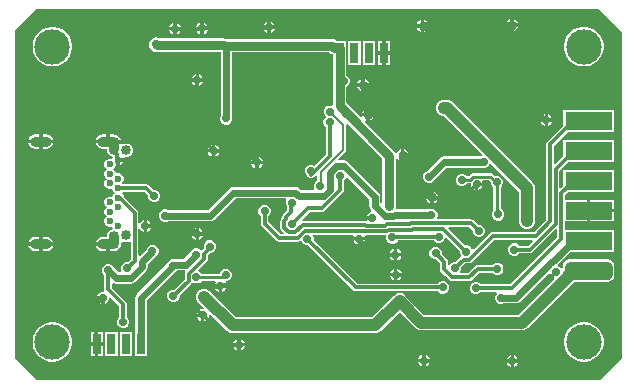
<source format=gbl>
G04*
G04 #@! TF.GenerationSoftware,Altium Limited,Altium Designer,21.6.1 (37)*
G04*
G04 Layer_Physical_Order=2*
G04 Layer_Color=16711680*
%FSLAX44Y44*%
%MOMM*%
G71*
G04*
G04 #@! TF.SameCoordinates,B537452E-FA77-4D50-A425-7BC56E6BEB89*
G04*
G04*
G04 #@! TF.FilePolarity,Positive*
G04*
G01*
G75*
%ADD10C,0.2000*%
%ADD13C,0.6000*%
%ADD14C,0.2500*%
%ADD63C,0.3000*%
%ADD64C,0.8000*%
%ADD65C,1.0000*%
%ADD68C,3.0000*%
%ADD69O,1.8000X0.9000*%
%ADD70C,0.6000*%
%ADD71O,0.9000X1.5000*%
%ADD72C,0.8500*%
%ADD73C,0.7000*%
%ADD74R,4.0000X1.5240*%
G04:AMPARAMS|DCode=75|XSize=1.524mm|YSize=4mm|CornerRadius=0.381mm|HoleSize=0mm|Usage=FLASHONLY|Rotation=90.000|XOffset=0mm|YOffset=0mm|HoleType=Round|Shape=RoundedRectangle|*
%AMROUNDEDRECTD75*
21,1,1.5240,3.2380,0,0,90.0*
21,1,0.7620,4.0000,0,0,90.0*
1,1,0.7620,1.6190,0.3810*
1,1,0.7620,1.6190,-0.3810*
1,1,0.7620,-1.6190,-0.3810*
1,1,0.7620,-1.6190,0.3810*
%
%ADD75ROUNDEDRECTD75*%
%ADD76R,4.0000X1.5240*%
%ADD77R,0.7000X1.7000*%
G36*
X482201Y262444D02*
Y-13194D01*
X463444Y-31951D01*
X-12944D01*
X-31451Y-13444D01*
X-31451Y263694D01*
X-13444Y281701D01*
X462944D01*
X482201Y262444D01*
D02*
G37*
%LPC*%
G36*
X390500Y273399D02*
Y270000D01*
X393899D01*
X393324Y271389D01*
X391889Y272824D01*
X390500Y273399D01*
D02*
G37*
G36*
X387500D02*
X386111Y272824D01*
X384676Y271389D01*
X384101Y270000D01*
X387500D01*
Y273399D01*
D02*
G37*
G36*
X315000Y272649D02*
Y269250D01*
X318399D01*
X317824Y270639D01*
X316389Y272073D01*
X315000Y272649D01*
D02*
G37*
G36*
X312000D02*
X310611Y272073D01*
X309176Y270639D01*
X308601Y269250D01*
X312000D01*
Y272649D01*
D02*
G37*
G36*
X185000Y271649D02*
Y268250D01*
X188399D01*
X187824Y269639D01*
X186389Y271073D01*
X185000Y271649D01*
D02*
G37*
G36*
X182000D02*
X180611Y271073D01*
X179176Y269639D01*
X178601Y268250D01*
X182000D01*
Y271649D01*
D02*
G37*
G36*
X128000Y270399D02*
Y267000D01*
X131399D01*
X130824Y268389D01*
X129389Y269823D01*
X128000Y270399D01*
D02*
G37*
G36*
X125000D02*
X123611Y269823D01*
X122176Y268389D01*
X121601Y267000D01*
X125000D01*
Y270399D01*
D02*
G37*
G36*
X105250Y270149D02*
Y266750D01*
X108649D01*
X108074Y268139D01*
X106639Y269574D01*
X105250Y270149D01*
D02*
G37*
G36*
X102250D02*
X100861Y269574D01*
X99426Y268139D01*
X98851Y266750D01*
X102250D01*
Y270149D01*
D02*
G37*
G36*
X393899Y267000D02*
X390500D01*
Y263601D01*
X391889Y264176D01*
X393324Y265611D01*
X393899Y267000D01*
D02*
G37*
G36*
X387500D02*
X384101D01*
X384676Y265611D01*
X386111Y264176D01*
X387500Y263601D01*
Y267000D01*
D02*
G37*
G36*
X318399Y266250D02*
X315000D01*
Y262851D01*
X316389Y263426D01*
X317824Y264861D01*
X318399Y266250D01*
D02*
G37*
G36*
X312000D02*
X308601D01*
X309176Y264861D01*
X310611Y263426D01*
X312000Y262851D01*
Y266250D01*
D02*
G37*
G36*
X188399Y265250D02*
X185000D01*
Y261851D01*
X186389Y262426D01*
X187824Y263861D01*
X188399Y265250D01*
D02*
G37*
G36*
X182000D02*
X178601D01*
X179176Y263861D01*
X180611Y262426D01*
X182000Y261851D01*
Y265250D01*
D02*
G37*
G36*
X131399Y264000D02*
X128000D01*
Y260601D01*
X129389Y261176D01*
X130824Y262611D01*
X131399Y264000D01*
D02*
G37*
G36*
X125000D02*
X121601D01*
X122176Y262611D01*
X123611Y261176D01*
X125000Y260601D01*
Y264000D01*
D02*
G37*
G36*
X108649Y263750D02*
X105250D01*
Y260351D01*
X106639Y260926D01*
X108074Y262361D01*
X108649Y263750D01*
D02*
G37*
G36*
X102250D02*
X98851D01*
X99426Y262361D01*
X100861Y260926D01*
X102250Y260351D01*
Y263750D01*
D02*
G37*
G36*
X285850Y254600D02*
X282250D01*
Y246000D01*
X285850D01*
Y254600D01*
D02*
G37*
G36*
X279250D02*
X275650D01*
Y246000D01*
X279250D01*
Y254600D01*
D02*
G37*
G36*
X285850Y243000D02*
X282250D01*
Y234400D01*
X285850D01*
Y243000D01*
D02*
G37*
G36*
X279250D02*
X275650D01*
Y234400D01*
X279250D01*
Y243000D01*
D02*
G37*
G36*
X273450Y254700D02*
X263050D01*
Y234300D01*
X273450D01*
Y254700D01*
D02*
G37*
G36*
X260950D02*
X250550D01*
Y234300D01*
X260950D01*
Y254700D01*
D02*
G37*
G36*
X451645Y266700D02*
X448355D01*
X445129Y266058D01*
X442090Y264799D01*
X439354Y262972D01*
X437028Y260646D01*
X435201Y257910D01*
X433942Y254871D01*
X433300Y251645D01*
Y248355D01*
X433942Y245129D01*
X435201Y242090D01*
X437028Y239354D01*
X439354Y237028D01*
X442090Y235201D01*
X445129Y233942D01*
X448355Y233300D01*
X451645D01*
X454871Y233942D01*
X457910Y235201D01*
X460646Y237028D01*
X462972Y239354D01*
X464799Y242090D01*
X466058Y245129D01*
X466700Y248355D01*
Y251645D01*
X466058Y254871D01*
X464799Y257910D01*
X462972Y260646D01*
X460646Y262972D01*
X457910Y264799D01*
X454871Y266058D01*
X451645Y266700D01*
D02*
G37*
G36*
X1645D02*
X-1645D01*
X-4871Y266058D01*
X-7910Y264799D01*
X-10646Y262972D01*
X-12972Y260646D01*
X-14799Y257910D01*
X-16058Y254871D01*
X-16700Y251645D01*
Y248355D01*
X-16058Y245129D01*
X-14799Y242090D01*
X-12972Y239354D01*
X-10646Y237028D01*
X-7910Y235201D01*
X-4871Y233942D01*
X-1645Y233300D01*
X1645D01*
X4871Y233942D01*
X7910Y235201D01*
X10646Y237028D01*
X12972Y239354D01*
X14799Y242090D01*
X16058Y245129D01*
X16700Y248355D01*
Y251645D01*
X16058Y254871D01*
X14799Y257910D01*
X12972Y260646D01*
X10646Y262972D01*
X7910Y264799D01*
X4871Y266058D01*
X1645Y266700D01*
D02*
G37*
G36*
X124250Y226649D02*
Y223250D01*
X127649D01*
X127074Y224639D01*
X125639Y226074D01*
X124250Y226649D01*
D02*
G37*
G36*
X121250D02*
X119861Y226074D01*
X118426Y224639D01*
X117851Y223250D01*
X121250D01*
Y226649D01*
D02*
G37*
G36*
X264750Y222649D02*
Y219250D01*
X268149D01*
X267574Y220639D01*
X266139Y222074D01*
X264750Y222649D01*
D02*
G37*
G36*
X261750D02*
X260361Y222074D01*
X258926Y220639D01*
X258351Y219250D01*
X261750D01*
Y222649D01*
D02*
G37*
G36*
X127649Y220250D02*
X124250D01*
Y216851D01*
X125639Y217426D01*
X127074Y218861D01*
X127649Y220250D01*
D02*
G37*
G36*
X121250D02*
X117851D01*
X118426Y218861D01*
X119861Y217426D01*
X121250Y216851D01*
Y220250D01*
D02*
G37*
G36*
X268149Y216250D02*
X264750D01*
Y212851D01*
X266139Y213426D01*
X267574Y214861D01*
X268149Y216250D01*
D02*
G37*
G36*
X261750D02*
X258351D01*
X258926Y214861D01*
X260361Y213426D01*
X261750Y212851D01*
Y216250D01*
D02*
G37*
G36*
X87500Y257812D02*
X85276Y257369D01*
X83391Y256110D01*
X82131Y254224D01*
X81688Y252000D01*
X82131Y249776D01*
X83391Y247890D01*
X84141Y247140D01*
X84141Y247140D01*
X86026Y245881D01*
X88250Y245438D01*
X88250Y245438D01*
X142458D01*
Y191269D01*
X142050Y190285D01*
Y188216D01*
X142842Y186305D01*
X144305Y184842D01*
X146216Y184050D01*
X148285D01*
X150196Y184842D01*
X151658Y186305D01*
X152450Y188216D01*
Y190285D01*
X152042Y191269D01*
Y245188D01*
X234343D01*
X234641Y244891D01*
X234641Y244891D01*
X236526Y243631D01*
X237439Y243450D01*
Y200993D01*
X236169Y200144D01*
X236034Y200200D01*
X233966D01*
X232055Y199408D01*
X230592Y197946D01*
X229800Y196034D01*
Y193966D01*
X230592Y192054D01*
X231843Y190803D01*
X231816Y190667D01*
X230353Y189205D01*
X229562Y187293D01*
Y185225D01*
X230353Y183314D01*
X231499Y182168D01*
Y158905D01*
X221982Y149389D01*
X221956Y149415D01*
X220045Y150207D01*
X217976D01*
X216065Y149415D01*
X214602Y147953D01*
X213811Y146041D01*
Y143973D01*
X214602Y142062D01*
X215952Y140711D01*
X215986Y140544D01*
X216693Y139485D01*
X217751Y138778D01*
X219000Y138530D01*
X220249Y138778D01*
X221307Y139485D01*
X221318Y139496D01*
X221318Y139496D01*
X223274Y141452D01*
X224447Y140966D01*
Y136778D01*
X223554Y136408D01*
X222092Y134946D01*
X221300Y133034D01*
Y130966D01*
X221757Y129862D01*
X220909Y128592D01*
X210532D01*
X209235Y129888D01*
X207680Y130927D01*
X205847Y131292D01*
X205846Y131292D01*
X153135D01*
X153135Y131292D01*
X151301Y130927D01*
X149747Y129888D01*
X149747Y129888D01*
X131650Y111792D01*
X97769D01*
X96784Y112200D01*
X94716D01*
X92804Y111408D01*
X91342Y109946D01*
X90550Y108034D01*
Y105966D01*
X91342Y104054D01*
X92804Y102592D01*
X94716Y101800D01*
X96784D01*
X97769Y102208D01*
X133635D01*
X133635Y102208D01*
X135469Y102573D01*
X137024Y103611D01*
X155120Y121708D01*
X197445D01*
X198131Y120438D01*
X197550Y119034D01*
Y116966D01*
X198342Y115054D01*
X198722Y114674D01*
Y111504D01*
X195718Y108499D01*
X195010Y107441D01*
X194762Y106192D01*
Y105351D01*
X193993Y104582D01*
X193286Y103524D01*
X193037Y102275D01*
Y96725D01*
X193286Y95476D01*
X193993Y94418D01*
X195875Y92536D01*
X195389Y91363D01*
X193259D01*
X183022Y101600D01*
Y106664D01*
X184167Y107810D01*
X184959Y109721D01*
Y111790D01*
X184167Y113701D01*
X182704Y115164D01*
X180793Y115955D01*
X178724D01*
X176813Y115164D01*
X175350Y113701D01*
X174559Y111790D01*
Y109721D01*
X175350Y107810D01*
X176496Y106664D01*
Y100249D01*
X176744Y99000D01*
X177452Y97942D01*
X189600Y85793D01*
X190659Y85086D01*
X191907Y84837D01*
X207722D01*
X208971Y85086D01*
X209677Y85558D01*
X210802Y85352D01*
X211173Y85141D01*
X211642Y84008D01*
X213105Y82545D01*
X215016Y81753D01*
X216636D01*
X254447Y43943D01*
X255505Y43236D01*
X256754Y42987D01*
X326659D01*
X327804Y41842D01*
X329716Y41050D01*
X331784D01*
X333696Y41842D01*
X335158Y43304D01*
X335950Y45216D01*
Y47284D01*
X335158Y49196D01*
X333696Y50658D01*
X331784Y51450D01*
X329716D01*
X327804Y50658D01*
X326659Y49513D01*
X258105D01*
X221250Y86367D01*
Y87988D01*
X220543Y89695D01*
X221052Y90965D01*
X254538D01*
X255350Y89695D01*
X255074Y89028D01*
X264871D01*
X264764Y89286D01*
X265470Y90342D01*
X282277D01*
X282814Y89539D01*
Y87470D01*
X283606Y85559D01*
X285068Y84096D01*
X286980Y83304D01*
X289048D01*
X290960Y84096D01*
X292422Y85559D01*
X292600Y85987D01*
X323159D01*
X324304Y84842D01*
X326216Y84050D01*
X328284D01*
X330196Y84842D01*
X331658Y86305D01*
X332361Y88000D01*
X333623Y88533D01*
X345067Y77090D01*
Y75469D01*
X345859Y73558D01*
X346114Y73303D01*
X345997Y72111D01*
X341339Y67453D01*
X339732D01*
X337821Y66661D01*
X336358Y65199D01*
X336201Y64820D01*
X334931Y65072D01*
Y68081D01*
X334683Y69330D01*
X333976Y70388D01*
X329700Y74664D01*
Y76284D01*
X328908Y78196D01*
X327446Y79658D01*
X325534Y80450D01*
X323466D01*
X321554Y79658D01*
X320092Y78196D01*
X319300Y76284D01*
Y74216D01*
X320092Y72304D01*
X321554Y70842D01*
X323466Y70050D01*
X325086D01*
X328406Y66730D01*
Y61453D01*
X328654Y60205D01*
X329362Y59146D01*
X335765Y52743D01*
X336824Y52036D01*
X338072Y51787D01*
X353096D01*
X354344Y52036D01*
X355403Y52743D01*
X361398Y58738D01*
X372659D01*
X373804Y57592D01*
X375715Y56800D01*
X377784D01*
X379695Y57592D01*
X381158Y59055D01*
X381950Y60966D01*
Y63035D01*
X381158Y64946D01*
X379695Y66409D01*
X377784Y67200D01*
X375715D01*
X373804Y66409D01*
X372659Y65263D01*
X360046D01*
X358797Y65015D01*
X357739Y64307D01*
X351744Y58313D01*
X345840D01*
X345289Y59583D01*
X345967Y61219D01*
Y62853D01*
X349655Y66541D01*
X353042D01*
X354291Y66789D01*
X355349Y67497D01*
X374590Y86737D01*
X406361D01*
X406847Y85564D01*
X402795Y81513D01*
X395341D01*
X394196Y82658D01*
X392284Y83450D01*
X390216D01*
X388304Y82658D01*
X386842Y81196D01*
X386050Y79284D01*
Y77216D01*
X386842Y75304D01*
X388304Y73842D01*
X390216Y73050D01*
X392284D01*
X394196Y73842D01*
X395341Y74987D01*
X404147D01*
X405395Y75236D01*
X406454Y75943D01*
X426364Y95853D01*
X427537Y95367D01*
Y88652D01*
X387649Y48763D01*
X362591D01*
X361446Y49908D01*
X359534Y50700D01*
X357466D01*
X355554Y49908D01*
X354092Y48446D01*
X353300Y46534D01*
Y44466D01*
X354092Y42554D01*
X355554Y41092D01*
X357466Y40300D01*
X359534D01*
X361446Y41092D01*
X362591Y42237D01*
X375587D01*
X376113Y40967D01*
X375342Y40196D01*
X374550Y38284D01*
Y36216D01*
X375342Y34304D01*
X376804Y32842D01*
X378716Y32050D01*
X380784D01*
X382231Y32649D01*
X392212D01*
X392212Y32649D01*
X394046Y33014D01*
X395600Y34053D01*
X420227Y58679D01*
X421526Y58182D01*
X422176Y56611D01*
X423611Y55176D01*
X424769Y54697D01*
X425095Y53227D01*
X395126Y23258D01*
X314849D01*
X298779Y39328D01*
X298778Y39328D01*
X297379Y40402D01*
X295749Y41077D01*
X294000Y41308D01*
X292251Y41077D01*
X290621Y40402D01*
X289221Y39328D01*
X270651Y20758D01*
X183848D01*
X182584Y20924D01*
X155383D01*
X133028Y43278D01*
X131629Y44352D01*
X129999Y45027D01*
X128250Y45258D01*
X126501Y45027D01*
X124871Y44352D01*
X123471Y43278D01*
X122398Y41879D01*
X121722Y40249D01*
X121492Y38500D01*
X121722Y36751D01*
X122398Y35121D01*
X123471Y33721D01*
X128364Y28829D01*
X127797Y27600D01*
X126236D01*
X124361Y26824D01*
X122926Y25389D01*
X122351Y24000D01*
X127250D01*
Y22500D01*
X128750D01*
Y17601D01*
X130139Y18176D01*
X131574Y19611D01*
X132350Y21486D01*
Y23047D01*
X133579Y23614D01*
X147805Y9388D01*
X149205Y8314D01*
X150834Y7639D01*
X152584Y7409D01*
X180485D01*
X181750Y7242D01*
X273450D01*
X275199Y7473D01*
X276829Y8148D01*
X278228Y9222D01*
X294000Y24993D01*
X307271Y11722D01*
X308671Y10648D01*
X310301Y9972D01*
X312050Y9742D01*
X397925D01*
X399674Y9973D01*
X401304Y10648D01*
X402703Y11722D01*
X441479Y50497D01*
X441882Y51022D01*
X470190D01*
X472340Y51450D01*
X474162Y52667D01*
X475380Y54490D01*
X475808Y56640D01*
Y64260D01*
X475380Y66410D01*
X474162Y68232D01*
X472340Y69450D01*
X470190Y69878D01*
X437810D01*
X435660Y69450D01*
X433838Y68232D01*
X432620Y66410D01*
X432192Y64260D01*
Y62404D01*
X430922Y62151D01*
X430824Y62389D01*
X429389Y63824D01*
X428525Y64182D01*
X428227Y65680D01*
X439077Y76530D01*
X475700D01*
Y95170D01*
X434063D01*
Y102030D01*
X452500D01*
Y111250D01*
Y120470D01*
X434063D01*
Y124479D01*
X436914Y127330D01*
X475700D01*
Y145970D01*
X432300D01*
Y131944D01*
X430536Y130180D01*
X429363Y130666D01*
Y145179D01*
X436914Y152730D01*
X475700D01*
Y171370D01*
X432300D01*
Y157344D01*
X425836Y150880D01*
X424663Y151366D01*
Y165879D01*
X436914Y178130D01*
X475700D01*
Y196770D01*
X432300D01*
Y182744D01*
X419093Y169537D01*
X418386Y168479D01*
X418137Y167230D01*
Y103502D01*
X407898Y93263D01*
X373239D01*
X371990Y93014D01*
X370932Y92307D01*
X356640Y78016D01*
X355145Y78316D01*
X354675Y79449D01*
X353213Y80912D01*
X351301Y81704D01*
X349681D01*
X335171Y96214D01*
X335657Y97387D01*
X353021D01*
X356068Y94340D01*
Y92720D01*
X356859Y90809D01*
X358322Y89346D01*
X360233Y88555D01*
X362302D01*
X364213Y89346D01*
X365676Y90809D01*
X366468Y92720D01*
Y94789D01*
X365676Y96700D01*
X364213Y98163D01*
X362302Y98955D01*
X360682D01*
X356679Y102957D01*
X355621Y103664D01*
X354372Y103913D01*
X326436D01*
X325682Y105183D01*
X326216Y106471D01*
Y108540D01*
X325424Y110451D01*
X323961Y111914D01*
X322050Y112705D01*
X319981D01*
X318997Y112297D01*
X291711D01*
X290777Y113567D01*
X291062Y115000D01*
Y154817D01*
X291600Y155079D01*
X292332Y155206D01*
X293611Y153926D01*
X295000Y153351D01*
Y158250D01*
Y163149D01*
X293611Y162573D01*
X292177Y161139D01*
X291826Y160291D01*
X291449Y160196D01*
X290437Y160258D01*
X289359Y161870D01*
X289359Y161870D01*
X264652Y186578D01*
X265371Y187654D01*
X265500Y187601D01*
Y191000D01*
X262101D01*
X262154Y190871D01*
X261078Y190152D01*
X249062Y202168D01*
Y216079D01*
X249696Y216342D01*
X251158Y217804D01*
X251950Y219716D01*
Y221784D01*
X251158Y223696D01*
X249696Y225158D01*
X249062Y225421D01*
Y244500D01*
Y248500D01*
X249062Y248500D01*
X248619Y250724D01*
X248450Y250978D01*
Y254700D01*
X243312D01*
X242750Y254812D01*
X242750Y254812D01*
X241158D01*
X240860Y255110D01*
X238975Y256369D01*
X236751Y256812D01*
X236751Y256812D01*
X146506D01*
X145250Y257061D01*
X90185D01*
X89724Y257369D01*
X87500Y257812D01*
D02*
G37*
G36*
X268500Y197399D02*
Y194000D01*
X271899D01*
X271324Y195389D01*
X269889Y196824D01*
X268500Y197399D01*
D02*
G37*
G36*
X265500D02*
X264111Y196824D01*
X262676Y195389D01*
X262101Y194000D01*
X265500D01*
Y197399D01*
D02*
G37*
G36*
X419750Y192649D02*
Y189250D01*
X423149D01*
X422574Y190639D01*
X421139Y192074D01*
X419750Y192649D01*
D02*
G37*
G36*
X416750D02*
X415361Y192074D01*
X413926Y190639D01*
X413351Y189250D01*
X416750D01*
Y192649D01*
D02*
G37*
G36*
X271899Y191000D02*
X268500D01*
Y187601D01*
X269889Y188176D01*
X271324Y189611D01*
X271899Y191000D01*
D02*
G37*
G36*
X423149Y186250D02*
X419750D01*
Y182851D01*
X421139Y183426D01*
X422574Y184861D01*
X423149Y186250D01*
D02*
G37*
G36*
X416750D02*
X413351D01*
X413926Y184861D01*
X415361Y183426D01*
X416750Y182851D01*
Y186250D01*
D02*
G37*
G36*
X45750Y175819D02*
X42750D01*
X40370Y175346D01*
X38352Y173998D01*
X37004Y171980D01*
X36829Y171100D01*
X45750D01*
Y175819D01*
D02*
G37*
G36*
X-5250D02*
X-8250D01*
Y171100D01*
X671D01*
X496Y171980D01*
X-852Y173998D01*
X-2870Y175346D01*
X-5250Y175819D01*
D02*
G37*
G36*
X-11250D02*
X-14250D01*
X-16630Y175346D01*
X-18648Y173998D01*
X-19996Y171980D01*
X-20171Y171100D01*
X-11250D01*
Y175819D01*
D02*
G37*
G36*
X138000Y166899D02*
Y163500D01*
X141399D01*
X140824Y164889D01*
X139389Y166324D01*
X138000Y166899D01*
D02*
G37*
G36*
X135000D02*
X133611Y166324D01*
X132176Y164889D01*
X131601Y163500D01*
X135000D01*
Y166899D01*
D02*
G37*
G36*
X671Y168100D02*
X-8250D01*
Y163380D01*
X-5250D01*
X-2870Y163854D01*
X-852Y165202D01*
X496Y167220D01*
X671Y168100D01*
D02*
G37*
G36*
X-11250D02*
X-20171D01*
X-19996Y167220D01*
X-18648Y165202D01*
X-16630Y163854D01*
X-14250Y163380D01*
X-11250D01*
Y168100D01*
D02*
G37*
G36*
X298000Y163149D02*
Y159750D01*
X301399D01*
X300824Y161139D01*
X299389Y162573D01*
X298000Y163149D01*
D02*
G37*
G36*
X334075Y204858D02*
X331350D01*
X329601Y204627D01*
X327971Y203952D01*
X326572Y202878D01*
X325498Y201479D01*
X324822Y199849D01*
X324592Y198100D01*
X324822Y196351D01*
X325498Y194721D01*
X326572Y193321D01*
X327971Y192248D01*
X329601Y191572D01*
X331265Y191353D01*
X363745Y158873D01*
X363442Y157380D01*
X363231Y157292D01*
X331750D01*
X331750Y157292D01*
X329916Y156927D01*
X328362Y155889D01*
X317039Y144566D01*
X316054Y144158D01*
X314592Y142696D01*
X313800Y140784D01*
Y138716D01*
X314592Y136805D01*
X316054Y135342D01*
X317966Y134550D01*
X320034D01*
X321946Y135342D01*
X323408Y136805D01*
X323816Y137789D01*
X333735Y147708D01*
X363231D01*
X364216Y147300D01*
X366284D01*
X368196Y148092D01*
X369658Y149554D01*
X370130Y150692D01*
X371623Y150995D01*
X395242Y127376D01*
Y102250D01*
X395472Y100501D01*
X396148Y98871D01*
X397221Y97472D01*
X398621Y96398D01*
X400251Y95723D01*
X402000Y95492D01*
X403749Y95723D01*
X405379Y96398D01*
X406778Y97472D01*
X407852Y98871D01*
X408527Y100501D01*
X408758Y102250D01*
Y130175D01*
X408527Y131924D01*
X407852Y133554D01*
X406778Y134953D01*
X338853Y202878D01*
X337454Y203952D01*
X335824Y204627D01*
X334075Y204858D01*
D02*
G37*
G36*
X141399Y160500D02*
X138000D01*
Y157101D01*
X139389Y157676D01*
X140824Y159111D01*
X141399Y160500D01*
D02*
G37*
G36*
X135000D02*
X131601D01*
X132176Y159111D01*
X133611Y157676D01*
X135000Y157101D01*
Y160500D01*
D02*
G37*
G36*
X51750Y175819D02*
X48750D01*
Y169600D01*
X47250D01*
Y168100D01*
X36829D01*
X37004Y167220D01*
X38352Y165202D01*
X40370Y163854D01*
X42750Y163380D01*
X46030D01*
Y163350D01*
X46504Y160970D01*
X47852Y158952D01*
X49870Y157604D01*
X50720Y157435D01*
X51471Y155991D01*
X51346Y155687D01*
X49977Y154879D01*
X49685Y155000D01*
X47815D01*
X46088Y154284D01*
X44766Y152962D01*
X44050Y151235D01*
Y149365D01*
X44766Y147638D01*
X45274Y147129D01*
X46073Y146300D01*
X45274Y145470D01*
X44766Y144962D01*
X44050Y143235D01*
Y141365D01*
X44766Y139637D01*
X45274Y139129D01*
X46073Y138300D01*
X45274Y137470D01*
X44766Y136962D01*
X44050Y135235D01*
Y133365D01*
X44766Y131638D01*
X46088Y130315D01*
X47815Y129600D01*
X49685D01*
X49877Y129679D01*
X51253Y128875D01*
X51766Y127638D01*
X52274Y127130D01*
X53073Y126300D01*
X52274Y125470D01*
X51766Y124962D01*
X51253Y123725D01*
X49877Y122921D01*
X49685Y123000D01*
X47815D01*
X46088Y122284D01*
X44766Y120962D01*
X44050Y119235D01*
Y117365D01*
X44766Y115638D01*
X45274Y115130D01*
X46073Y114300D01*
X45274Y113470D01*
X44766Y112962D01*
X44050Y111235D01*
Y109365D01*
X44766Y107638D01*
X45274Y107130D01*
X46073Y106300D01*
X45274Y105470D01*
X44766Y104962D01*
X44050Y103235D01*
Y101365D01*
X44766Y99638D01*
X46088Y98315D01*
X47815Y97600D01*
X49685D01*
X49977Y97721D01*
X51346Y96913D01*
X51471Y96610D01*
X50720Y95165D01*
X49870Y94996D01*
X47852Y93648D01*
X46504Y91630D01*
X46030Y89250D01*
Y89220D01*
X42750D01*
X40370Y88746D01*
X38352Y87398D01*
X37004Y85380D01*
X36829Y84500D01*
X47250D01*
Y83000D01*
X48750D01*
Y76781D01*
X51750D01*
X54130Y77254D01*
X54452Y77469D01*
X54630Y77504D01*
X56648Y78852D01*
X57996Y80870D01*
X58469Y83250D01*
Y84051D01*
X59739Y84900D01*
X61066Y84350D01*
X63433D01*
X65167Y85068D01*
X66437Y84413D01*
Y70301D01*
X63836Y67700D01*
X62216D01*
X60304Y66908D01*
X58842Y65446D01*
X58050Y63534D01*
Y61466D01*
X58507Y60362D01*
X57659Y59092D01*
X55956D01*
X51875Y63173D01*
X51658Y63696D01*
X50196Y65158D01*
X48284Y65950D01*
X46216D01*
X44304Y65158D01*
X42842Y63696D01*
X42050Y61784D01*
Y59716D01*
X42842Y57804D01*
X43987Y56659D01*
Y44584D01*
X44163Y43699D01*
X44130Y43585D01*
X43534Y42759D01*
X43250Y42525D01*
X41786D01*
X39911Y41749D01*
X38477Y40314D01*
X37901Y38925D01*
X42800D01*
Y37425D01*
X44300D01*
Y32526D01*
X45689Y33102D01*
X47124Y34536D01*
X47900Y36411D01*
Y37524D01*
X49170Y38050D01*
X56737Y30482D01*
Y20841D01*
X55592Y19696D01*
X54800Y17784D01*
Y15716D01*
X55592Y13804D01*
X57054Y12342D01*
X58966Y11550D01*
X61034D01*
X62946Y12342D01*
X64408Y13804D01*
X65200Y15716D01*
Y17784D01*
X64408Y19696D01*
X63263Y20841D01*
Y31834D01*
X63014Y33082D01*
X62307Y34141D01*
X50513Y45935D01*
Y49430D01*
X51783Y50109D01*
X52137Y49873D01*
X53971Y49508D01*
X66646D01*
X66646Y49508D01*
X68480Y49873D01*
X70035Y50911D01*
X79288Y60165D01*
X79288Y60165D01*
X80327Y61719D01*
X80692Y63553D01*
X80692Y63553D01*
Y66165D01*
X86711Y72184D01*
X87696Y72592D01*
X89158Y74054D01*
X89950Y75966D01*
Y78034D01*
X89158Y79946D01*
X87696Y81408D01*
X85784Y82200D01*
X83716D01*
X81804Y81408D01*
X80342Y79946D01*
X79934Y78961D01*
X74136Y73163D01*
X72962Y73649D01*
Y95327D01*
X74233Y95579D01*
X74426Y95111D01*
X75861Y93676D01*
X77250Y93101D01*
Y98000D01*
Y102899D01*
X75861Y102324D01*
X74426Y100889D01*
X74233Y100421D01*
X72962Y100673D01*
Y109118D01*
X72714Y110367D01*
X72007Y111425D01*
X60450Y122982D01*
Y123235D01*
X59734Y124962D01*
X59226Y125470D01*
X58791Y125922D01*
X59455Y127037D01*
X78099D01*
X81050Y124086D01*
Y122466D01*
X81842Y120554D01*
X83304Y119092D01*
X85216Y118300D01*
X87284D01*
X89196Y119092D01*
X90658Y120554D01*
X91450Y122466D01*
Y124534D01*
X90658Y126446D01*
X89196Y127908D01*
X87284Y128700D01*
X85664D01*
X81757Y132607D01*
X80699Y133314D01*
X79450Y133563D01*
X59455D01*
X58791Y134677D01*
X59226Y135129D01*
X59734Y135638D01*
X60450Y137365D01*
Y139235D01*
X59734Y140962D01*
X58412Y142284D01*
X56685Y143000D01*
X54815D01*
X54624Y142921D01*
X53247Y143725D01*
X52735Y144962D01*
X52227Y145470D01*
X51428Y146300D01*
X52227Y147129D01*
X52735Y147638D01*
X53450Y149365D01*
X54250Y149899D01*
Y154300D01*
X55750D01*
Y155800D01*
X60682D01*
X60690Y155812D01*
X61255Y156350D01*
X63433D01*
X65620Y157256D01*
X67294Y158929D01*
X68200Y161116D01*
Y163483D01*
X67294Y165670D01*
X65620Y167344D01*
X63433Y168250D01*
X61066D01*
X59739Y167700D01*
X58469Y168549D01*
Y169350D01*
X57996Y171730D01*
X56648Y173748D01*
X54630Y175096D01*
X54450Y175132D01*
X54130Y175346D01*
X51750Y175819D01*
D02*
G37*
G36*
X174743Y156906D02*
Y153507D01*
X178141D01*
X177566Y154896D01*
X176131Y156331D01*
X174743Y156906D01*
D02*
G37*
G36*
X171743D02*
X170354Y156331D01*
X168919Y154896D01*
X168344Y153507D01*
X171743D01*
Y156906D01*
D02*
G37*
G36*
X301399Y156750D02*
X298000D01*
Y153351D01*
X299389Y153926D01*
X300824Y155361D01*
X301399Y156750D01*
D02*
G37*
G36*
X60108Y152800D02*
X57250D01*
Y149942D01*
X58356Y150400D01*
X59650Y151694D01*
X60108Y152800D01*
D02*
G37*
G36*
X178141Y150507D02*
X174743D01*
Y147108D01*
X176131Y147684D01*
X177566Y149118D01*
X178141Y150507D01*
D02*
G37*
G36*
X171743D02*
X168344D01*
X168919Y149118D01*
X170354Y147684D01*
X171743Y147108D01*
Y150507D01*
D02*
G37*
G36*
X370953Y142964D02*
X356596D01*
X355445Y142735D01*
X354469Y142083D01*
X352754Y140368D01*
X350736D01*
X349696Y141408D01*
X347784Y142200D01*
X345716D01*
X343804Y141408D01*
X342342Y139946D01*
X341550Y138034D01*
Y135966D01*
X342342Y134054D01*
X343804Y132592D01*
X345716Y131800D01*
X347784D01*
X349696Y132592D01*
X351158Y134054D01*
X351282Y134353D01*
X354000D01*
X354168Y134215D01*
Y132492D01*
X354944Y130618D01*
X356379Y129183D01*
X357767Y128608D01*
Y133506D01*
X359268D01*
Y135007D01*
X364166D01*
X363888Y135679D01*
X364697Y136949D01*
X369708D01*
X371300Y135356D01*
Y134216D01*
X372092Y132304D01*
X373492Y130904D01*
Y111346D01*
X373092Y110946D01*
X372300Y109034D01*
Y106966D01*
X373092Y105055D01*
X374554Y103592D01*
X376466Y102800D01*
X378534D01*
X380446Y103592D01*
X381908Y105055D01*
X382700Y106966D01*
Y109034D01*
X381908Y110946D01*
X380446Y112408D01*
X379508Y112797D01*
Y130904D01*
X380908Y132304D01*
X381700Y134216D01*
Y136284D01*
X380908Y138196D01*
X379446Y139658D01*
X377534Y140450D01*
X375466D01*
X374934Y140230D01*
X373080Y142083D01*
X372104Y142735D01*
X370953Y142964D01*
D02*
G37*
G36*
X364166Y132007D02*
X360768D01*
Y128608D01*
X362156Y129183D01*
X363591Y130618D01*
X364166Y132007D01*
D02*
G37*
G36*
X323000Y127149D02*
Y123750D01*
X326399D01*
X325824Y125139D01*
X324389Y126574D01*
X323000Y127149D01*
D02*
G37*
G36*
X320000D02*
X318611Y126574D01*
X317176Y125139D01*
X316601Y123750D01*
X320000D01*
Y127149D01*
D02*
G37*
G36*
X326399Y120750D02*
X323000D01*
Y117351D01*
X324389Y117926D01*
X325824Y119361D01*
X326399Y120750D01*
D02*
G37*
G36*
X320000D02*
X316601D01*
X317176Y119361D01*
X318611Y117926D01*
X320000Y117351D01*
Y120750D01*
D02*
G37*
G36*
X475600Y120470D02*
X455500D01*
Y112750D01*
X475600D01*
Y120470D01*
D02*
G37*
G36*
Y109750D02*
X455500D01*
Y102030D01*
X475600D01*
Y109750D01*
D02*
G37*
G36*
X80250Y102899D02*
Y99500D01*
X83649D01*
X83074Y100889D01*
X81639Y102324D01*
X80250Y102899D01*
D02*
G37*
G36*
X83649Y96500D02*
X80250D01*
Y93101D01*
X81639Y93676D01*
X83074Y95111D01*
X83649Y96500D01*
D02*
G37*
G36*
X124250Y96399D02*
Y93000D01*
X127649D01*
X127074Y94389D01*
X125639Y95824D01*
X124250Y96399D01*
D02*
G37*
G36*
X121250D02*
X119861Y95824D01*
X118426Y94389D01*
X117851Y93000D01*
X121250D01*
Y96399D01*
D02*
G37*
G36*
X127649Y90000D02*
X124250D01*
Y86601D01*
X125639Y87176D01*
X127074Y88611D01*
X127649Y90000D01*
D02*
G37*
G36*
X121250D02*
X117851D01*
X118426Y88611D01*
X119861Y87176D01*
X121250Y86601D01*
Y90000D01*
D02*
G37*
G36*
X-5250Y89220D02*
X-8250D01*
Y84500D01*
X671D01*
X496Y85380D01*
X-852Y87398D01*
X-2870Y88746D01*
X-5250Y89220D01*
D02*
G37*
G36*
X-11250D02*
X-14250D01*
X-16630Y88746D01*
X-18648Y87398D01*
X-19996Y85380D01*
X-20171Y84500D01*
X-11250D01*
Y89220D01*
D02*
G37*
G36*
X264871Y86028D02*
X261472D01*
Y82629D01*
X262861Y83204D01*
X264296Y84639D01*
X264871Y86028D01*
D02*
G37*
G36*
X258472D02*
X255074D01*
X255649Y84639D01*
X257083Y83204D01*
X258472Y82629D01*
Y86028D01*
D02*
G37*
G36*
X134291Y85954D02*
X132222D01*
X130311Y85162D01*
X128848Y83700D01*
X128056Y81788D01*
Y79720D01*
X128242Y79271D01*
X126935Y77965D01*
X125183Y77921D01*
X124696Y78408D01*
X122785Y79200D01*
X120716D01*
X118805Y78408D01*
X117342Y76945D01*
X117125Y76423D01*
X110995Y70292D01*
X102000D01*
X100166Y69927D01*
X98611Y68889D01*
X97760Y67613D01*
X97592Y67446D01*
X97184Y66461D01*
X71611Y40888D01*
X70573Y39334D01*
X70208Y37500D01*
X70208Y37500D01*
Y8700D01*
X69800D01*
Y-11700D01*
X80200D01*
Y8700D01*
X79792D01*
Y35515D01*
X103961Y59684D01*
X104946Y60092D01*
X105562Y60708D01*
X112086D01*
X112265Y60535D01*
X112729Y59438D01*
X112286Y58774D01*
X112037Y57525D01*
Y53151D01*
X103086Y44200D01*
X101466D01*
X99554Y43408D01*
X98091Y41945D01*
X97300Y40034D01*
Y37966D01*
X98091Y36054D01*
X99554Y34592D01*
X101466Y33800D01*
X103534D01*
X105445Y34592D01*
X106908Y36054D01*
X107700Y37966D01*
Y39586D01*
X117607Y49493D01*
X117807Y49793D01*
X119009Y50322D01*
X119470Y50169D01*
X120966Y49550D01*
X123034D01*
X124946Y50342D01*
X126346Y51742D01*
X137738D01*
X138264Y50472D01*
X137933Y50141D01*
X137358Y48752D01*
X147156D01*
X146627Y50030D01*
X146826Y50588D01*
X147218Y51300D01*
X147784D01*
X149696Y52092D01*
X151158Y53554D01*
X151950Y55466D01*
Y57534D01*
X151158Y59446D01*
X149696Y60908D01*
X147784Y61700D01*
X145716D01*
X143804Y60908D01*
X142342Y59446D01*
X141643Y57758D01*
X126346D01*
X124946Y59158D01*
X123813Y59628D01*
X123512Y61123D01*
X130757Y68368D01*
X131465Y69427D01*
X131713Y70675D01*
Y73514D01*
X133753Y75554D01*
X134291D01*
X136202Y76346D01*
X137665Y77808D01*
X138456Y79720D01*
Y81788D01*
X137665Y83700D01*
X136202Y85162D01*
X134291Y85954D01*
D02*
G37*
G36*
X45750Y81500D02*
X36829D01*
X37004Y80620D01*
X38352Y78602D01*
X40370Y77254D01*
X42750Y76781D01*
X45750D01*
Y81500D01*
D02*
G37*
G36*
X671D02*
X-8250D01*
Y76781D01*
X-5250D01*
X-2870Y77254D01*
X-852Y78602D01*
X496Y80620D01*
X671Y81500D01*
D02*
G37*
G36*
X-11250D02*
X-20171D01*
X-19996Y80620D01*
X-18648Y78602D01*
X-16630Y77254D01*
X-14250Y76781D01*
X-11250D01*
Y81500D01*
D02*
G37*
G36*
X292000Y78899D02*
Y75500D01*
X295399D01*
X294824Y76889D01*
X293389Y78324D01*
X292000Y78899D01*
D02*
G37*
G36*
X289000D02*
X287611Y78324D01*
X286176Y76889D01*
X285601Y75500D01*
X289000D01*
Y78899D01*
D02*
G37*
G36*
X295399Y72500D02*
X292000D01*
Y69101D01*
X293389Y69676D01*
X294824Y71111D01*
X295399Y72500D01*
D02*
G37*
G36*
X289000D02*
X285601D01*
X286176Y71111D01*
X287611Y69676D01*
X289000Y69101D01*
Y72500D01*
D02*
G37*
G36*
X292250Y61899D02*
Y58500D01*
X295649D01*
X295074Y59889D01*
X293639Y61323D01*
X292250Y61899D01*
D02*
G37*
G36*
X289250D02*
X287861Y61323D01*
X286426Y59889D01*
X285851Y58500D01*
X289250D01*
Y61899D01*
D02*
G37*
G36*
X295649Y55500D02*
X292250D01*
Y52101D01*
X293639Y52676D01*
X295074Y54111D01*
X295649Y55500D01*
D02*
G37*
G36*
X289250D02*
X285851D01*
X286426Y54111D01*
X287861Y52676D01*
X289250Y52101D01*
Y55500D01*
D02*
G37*
G36*
X147156Y45752D02*
X143757D01*
Y42353D01*
X145146Y42929D01*
X146580Y44363D01*
X147156Y45752D01*
D02*
G37*
G36*
X140757D02*
X137358D01*
X137933Y44363D01*
X139368Y42929D01*
X140757Y42353D01*
Y45752D01*
D02*
G37*
G36*
X41300Y35925D02*
X37901D01*
X38477Y34536D01*
X39911Y33102D01*
X41300Y32526D01*
Y35925D01*
D02*
G37*
G36*
X125750Y21000D02*
X122351D01*
X122926Y19611D01*
X124361Y18176D01*
X125750Y17601D01*
Y21000D01*
D02*
G37*
G36*
X42600Y8600D02*
X39000D01*
Y-0D01*
X42600D01*
Y8600D01*
D02*
G37*
G36*
X36000D02*
X32400D01*
Y-0D01*
X36000D01*
Y8600D01*
D02*
G37*
G36*
X159500Y2649D02*
Y-750D01*
X162899D01*
X162324Y639D01*
X160889Y2074D01*
X159500Y2649D01*
D02*
G37*
G36*
X156500D02*
X155111Y2074D01*
X153676Y639D01*
X153101Y-750D01*
X156500D01*
Y2649D01*
D02*
G37*
G36*
X162899Y-3750D02*
X159500D01*
Y-7149D01*
X160889Y-6574D01*
X162324Y-5139D01*
X162899Y-3750D01*
D02*
G37*
G36*
X156500D02*
X153101D01*
X153676Y-5139D01*
X155111Y-6574D01*
X156500Y-7149D01*
Y-3750D01*
D02*
G37*
G36*
X42600Y-3000D02*
X39000D01*
Y-11600D01*
X42600D01*
Y-3000D01*
D02*
G37*
G36*
X36000D02*
X32400D01*
Y-11600D01*
X36000D01*
Y-3000D01*
D02*
G37*
G36*
X67700Y8700D02*
X57300D01*
Y-11700D01*
X67700D01*
Y8700D01*
D02*
G37*
G36*
X55200D02*
X44800D01*
Y-11700D01*
X55200D01*
Y8700D01*
D02*
G37*
G36*
X316000Y-10851D02*
Y-14250D01*
X319399D01*
X318824Y-12861D01*
X317389Y-11426D01*
X316000Y-10851D01*
D02*
G37*
G36*
X313000D02*
X311611Y-11426D01*
X310176Y-12861D01*
X309601Y-14250D01*
X313000D01*
Y-10851D01*
D02*
G37*
G36*
X391000Y-11351D02*
Y-14750D01*
X394399D01*
X393824Y-13361D01*
X392389Y-11926D01*
X391000Y-11351D01*
D02*
G37*
G36*
X388000D02*
X386611Y-11926D01*
X385176Y-13361D01*
X384601Y-14750D01*
X388000D01*
Y-11351D01*
D02*
G37*
G36*
X451645Y16700D02*
X448355D01*
X445129Y16058D01*
X442090Y14799D01*
X439354Y12972D01*
X437028Y10646D01*
X435201Y7910D01*
X433942Y4871D01*
X433300Y1645D01*
Y-1645D01*
X433942Y-4871D01*
X435201Y-7910D01*
X437028Y-10646D01*
X439354Y-12972D01*
X442090Y-14799D01*
X445129Y-16058D01*
X448355Y-16700D01*
X451645D01*
X454871Y-16058D01*
X457910Y-14799D01*
X460646Y-12972D01*
X462972Y-10646D01*
X464799Y-7910D01*
X466058Y-4871D01*
X466700Y-1645D01*
Y1645D01*
X466058Y4871D01*
X464799Y7910D01*
X462972Y10646D01*
X460646Y12972D01*
X457910Y14799D01*
X454871Y16058D01*
X451645Y16700D01*
D02*
G37*
G36*
X1645D02*
X-1645D01*
X-4871Y16058D01*
X-7910Y14799D01*
X-10646Y12972D01*
X-12972Y10646D01*
X-14799Y7910D01*
X-16058Y4871D01*
X-16700Y1645D01*
Y-1645D01*
X-16058Y-4871D01*
X-14799Y-7910D01*
X-12972Y-10646D01*
X-10646Y-12972D01*
X-7910Y-14799D01*
X-4871Y-16058D01*
X-1645Y-16700D01*
X1645D01*
X4871Y-16058D01*
X7910Y-14799D01*
X10646Y-12972D01*
X12972Y-10646D01*
X14799Y-7910D01*
X16058Y-4871D01*
X16700Y-1645D01*
Y1645D01*
X16058Y4871D01*
X14799Y7910D01*
X12972Y10646D01*
X10646Y12972D01*
X7910Y14799D01*
X4871Y16058D01*
X1645Y16700D01*
D02*
G37*
G36*
X319399Y-17250D02*
X316000D01*
Y-20649D01*
X317389Y-20074D01*
X318824Y-18639D01*
X319399Y-17250D01*
D02*
G37*
G36*
X313000D02*
X309601D01*
X310176Y-18639D01*
X311611Y-20074D01*
X313000Y-20649D01*
Y-17250D01*
D02*
G37*
G36*
X394399Y-17750D02*
X391000D01*
Y-21149D01*
X392389Y-20574D01*
X393824Y-19139D01*
X394399Y-17750D01*
D02*
G37*
G36*
X388000D02*
X384601D01*
X385176Y-19139D01*
X386611Y-20574D01*
X388000Y-21149D01*
Y-17750D01*
D02*
G37*
%LPD*%
G36*
X279438Y155353D02*
Y118048D01*
X278168Y117395D01*
X277817Y117647D01*
Y123091D01*
X277452Y124925D01*
X276413Y126479D01*
X276413Y126480D01*
X250547Y152345D01*
X248992Y153384D01*
X247158Y153749D01*
X247158Y153749D01*
X242573D01*
X242087Y154922D01*
X248197Y161032D01*
X248793Y161925D01*
X249003Y162978D01*
Y183750D01*
X249003Y183750D01*
X248943Y184053D01*
X250113Y184679D01*
X279438Y155353D01*
D02*
G37*
G36*
X268232Y121106D02*
Y114922D01*
X268232Y114922D01*
X268597Y113088D01*
X269636Y111533D01*
X269891Y111278D01*
X269482Y109891D01*
X268124Y109329D01*
X266690Y107894D01*
X266114Y106505D01*
X271013D01*
Y103505D01*
X266114D01*
X266267Y103137D01*
X265337Y102062D01*
X264694Y102190D01*
X212101D01*
X211757Y102661D01*
X211524Y103410D01*
X218002Y109888D01*
X228015D01*
X229264Y110136D01*
X230322Y110843D01*
X246069Y126590D01*
X246776Y127649D01*
X247025Y128897D01*
Y136666D01*
X248170Y137811D01*
X248627Y138915D01*
X250125Y139213D01*
X268232Y121106D01*
D02*
G37*
D10*
X227200Y132700D02*
Y143928D01*
X226500Y132000D02*
X227200Y132700D01*
Y143928D02*
X246250Y162978D01*
Y183750D01*
X235000Y195000D02*
X246250Y183750D01*
D13*
X290059Y107505D02*
X321016D01*
X288854Y106300D02*
X290059Y107505D01*
X379750Y37250D02*
X379941Y37441D01*
X273024Y114922D02*
X281646Y106300D01*
X273024Y114922D02*
Y123091D01*
X281646Y106300D02*
X288854D01*
X234700Y128603D02*
Y143292D01*
X247158Y148957D02*
X273024Y123091D01*
X47271Y61000D02*
X53971Y54300D01*
X47250Y61000D02*
X47271D01*
X240365Y148957D02*
X247158D01*
X234700Y143292D02*
X240365Y148957D01*
X229897Y123800D02*
X234700Y128603D01*
X379941Y37441D02*
X392212D01*
X422471Y67700D01*
X423470D01*
X441620Y85850D01*
X319000Y139750D02*
X331750Y152500D01*
X365250D01*
X208547Y123800D02*
X229897D01*
X205847Y126500D02*
X208547Y123800D01*
X153135Y126500D02*
X205847D01*
X133635Y107000D02*
X153135Y126500D01*
X95750Y107000D02*
X133635D01*
X53971Y54300D02*
X66646D01*
X75900Y63553D01*
Y68150D01*
X84750Y77000D01*
X102000Y65500D02*
X112980D01*
X145500Y250750D02*
X147250Y249000D01*
Y189250D02*
Y249000D01*
X112980Y65500D02*
X121480Y74000D01*
X121750D01*
X75000Y37500D02*
X102000Y64500D01*
X75000Y-1500D02*
Y37500D01*
X441620Y85850D02*
X454000D01*
D14*
X145532Y56500D02*
X146750D01*
X143782Y54750D02*
X145532Y56500D01*
X122000Y54750D02*
X143782D01*
X128250Y38500D02*
Y39750D01*
X356596Y139957D02*
X370953D01*
X354000Y137361D02*
X356596Y139957D01*
X347111Y137361D02*
X354000D01*
X346750Y137000D02*
X347111Y137361D01*
X375410Y135500D02*
X375750D01*
X370953Y139957D02*
X375410Y135500D01*
X376500Y109000D02*
Y135250D01*
Y109000D02*
X377500Y108000D01*
D63*
X288760Y89250D02*
X327250D01*
X305515Y95950D02*
X330821D01*
X303568Y100650D02*
X354372D01*
X302822Y99904D02*
X303568Y100650D01*
X354372D02*
X361268Y93755D01*
X304769Y95204D02*
X305515Y95950D01*
X330821D02*
X350267Y76504D01*
X288014Y88504D02*
X288760Y89250D01*
X285239Y95204D02*
X304769D01*
X283292Y99904D02*
X302822D01*
X281693Y98305D02*
X283292Y99904D01*
X283640Y93605D02*
X285239Y95204D01*
X426500Y59500D02*
X426750Y59750D01*
X396500Y29500D02*
X426500Y59500D01*
X142257Y47252D02*
X143022Y48018D01*
X141705Y46700D02*
X142257Y47252D01*
X362113Y29500D02*
X396500D01*
X426750Y59750D02*
Y60500D01*
X345363Y46250D02*
X362113Y29500D01*
X340225Y46250D02*
X345363D01*
X389000Y45500D02*
X430800Y87300D01*
X358500Y45500D02*
X389000D01*
X353096Y55050D02*
X360046Y62000D01*
X342847Y55050D02*
X353096D01*
X360046Y62000D02*
X376750D01*
X329475Y57000D02*
X340225Y46250D01*
X290750Y57000D02*
X329475D01*
X331669Y61453D02*
X338072Y55050D01*
X331669Y61453D02*
Y68081D01*
X324500Y75250D02*
X331669Y68081D01*
X340767Y62253D02*
Y62267D01*
X348304Y69804D01*
X338072Y55050D02*
X342847D01*
X127250Y267223D02*
X128348Y266125D01*
X136750Y162500D02*
X137250Y162000D01*
X47400Y169750D02*
X112000D01*
X119250Y41097D02*
X124853Y46700D01*
X119250Y30500D02*
Y41097D01*
X124853Y46700D02*
X141705D01*
X259972Y87528D02*
X273500Y74000D01*
X265317Y98305D02*
X281693D01*
X263370Y93605D02*
X283640D01*
X207722Y88100D02*
X213850Y94228D01*
X262748D02*
X263370Y93605D01*
X264694Y98928D02*
X265317Y98305D01*
X211903Y98928D02*
X264694D01*
X205775Y92800D02*
X211903Y98928D01*
X213850Y94228D02*
X262748D01*
X321500Y122250D02*
X348011D01*
X219011Y141803D02*
X234762Y157554D01*
X219000Y141792D02*
X219011Y141803D01*
X234762Y157554D02*
Y186259D01*
X219011Y141803D02*
Y145007D01*
X228015Y113150D02*
X243762Y128897D01*
Y140757D01*
X216650Y113150D02*
X228015D01*
X203000Y99500D02*
X216650Y113150D01*
X196300Y96725D02*
Y102275D01*
Y96725D02*
X200225Y92800D01*
X205775D01*
X191907Y88100D02*
X207722D01*
X179759Y100249D02*
X191907Y88100D01*
X198025Y106192D02*
X201985Y110152D01*
X198025Y104000D02*
Y106192D01*
X196300Y102275D02*
X198025Y104000D01*
X179759Y100249D02*
Y110755D01*
X60000Y16750D02*
Y31834D01*
X47250Y44584D02*
X60000Y31834D01*
X47250Y44584D02*
Y60750D01*
X69700Y68950D02*
Y109118D01*
X63250Y62500D02*
X69700Y68950D01*
X78750Y98000D02*
X116250D01*
X140250Y91500D02*
X155000Y76750D01*
X123750Y91500D02*
X140250D01*
X155000Y55275D02*
Y76750D01*
X147743Y48018D02*
X155000Y55275D01*
X143022Y48018D02*
X147743D01*
X127250Y22500D02*
X152000Y-2250D01*
X119250Y30500D02*
X126750Y23000D01*
X115300Y57525D02*
X128450Y70675D01*
Y74865D01*
X133257Y79672D01*
Y80754D01*
X115300Y51800D02*
Y57525D01*
X102500Y39000D02*
X115300Y51800D01*
X116250Y98000D02*
X122750Y91500D01*
Y175750D02*
X136500Y162000D01*
X163250D02*
X173243Y152007D01*
X137250Y162000D02*
X163250D01*
X348011Y122250D02*
X359268Y133506D01*
X389000Y217000D02*
Y268500D01*
Y217000D02*
X418250Y187750D01*
X438420Y184250D02*
X442750D01*
X421400Y167230D02*
X438420Y184250D01*
X421400Y102150D02*
Y167230D01*
X389000Y-15750D02*
X389500Y-16250D01*
X314500Y-15750D02*
X389000D01*
X152000Y-2250D02*
X158000D01*
X37143Y-857D02*
Y31768D01*
X37000Y-1000D02*
X37143Y-857D01*
Y31768D02*
X42800Y37425D01*
X273500Y74000D02*
X290500D01*
X216050Y86953D02*
X256754Y46250D01*
X330750D01*
X201985Y110152D02*
Y117235D01*
X202750Y118000D01*
X122750Y180500D02*
Y221750D01*
Y175750D02*
Y180500D01*
X123000Y180750D01*
X112000Y169750D02*
X122750Y180500D01*
X47250Y169600D02*
X47400Y169750D01*
X52250Y161726D02*
Y165750D01*
Y161726D02*
X55176Y158800D01*
Y154874D02*
Y158800D01*
Y154874D02*
X55750Y154300D01*
X353042Y69804D02*
X373239Y90000D01*
X409250D01*
X348304Y69804D02*
X353042D01*
X128348Y266125D02*
X182875D01*
X183500Y266750D01*
X103750Y265250D02*
X126250D01*
X426100Y146530D02*
X441620Y162050D01*
X430800Y87300D02*
Y125830D01*
X441620Y136650D01*
X454000D01*
X426100Y100203D02*
Y146530D01*
X404147Y78250D02*
X426100Y100203D01*
X409250Y90000D02*
X421400Y102150D01*
X391250Y78250D02*
X404147D01*
X441620Y162050D02*
X454000D01*
X56068Y122750D02*
X69700Y109118D01*
X55500Y122750D02*
X56068D01*
X79450Y130300D02*
X86250Y123500D01*
X55750Y130300D02*
X79450D01*
D64*
X285250Y115000D02*
Y157761D01*
X243250Y199760D02*
X285250Y157761D01*
X243250Y199760D02*
Y244500D01*
X236751Y251000D02*
X238750Y249000D01*
X267000Y192500D02*
Y214000D01*
X263250Y217750D02*
X267000Y214000D01*
X145500Y251000D02*
X236751D01*
X296500Y147250D02*
X321250Y122500D01*
X296500Y147250D02*
Y158250D01*
X388250Y267750D02*
X389000Y268500D01*
X313500Y267750D02*
X388250D01*
X88250Y251250D02*
X145250D01*
X87500Y252000D02*
X88250Y251250D01*
X238750Y249000D02*
X242750D01*
X243250Y248500D01*
Y244500D02*
Y248500D01*
D65*
X152584Y14167D02*
X182584D01*
X181750Y14000D02*
X273450D01*
X294000Y34550D01*
X312050Y16500D02*
X397925D01*
X436700Y55275D01*
Y55530D01*
X441620Y60450D01*
X402000Y102250D02*
Y130175D01*
X334075Y198100D02*
X402000Y130175D01*
X331350Y198100D02*
X334075D01*
X294000Y34550D02*
X312050Y16500D01*
X441620Y60450D02*
X454000D01*
X128250Y38500D02*
X152584Y14167D01*
D68*
X0Y250000D02*
D03*
X450000Y0D02*
D03*
X0D02*
D03*
X450000Y250000D02*
D03*
D69*
X-9750Y83000D02*
D03*
Y169600D02*
D03*
X47250Y83000D02*
D03*
Y169600D02*
D03*
D70*
X48750Y102300D02*
D03*
Y110300D02*
D03*
Y118300D02*
D03*
Y150300D02*
D03*
Y142300D02*
D03*
Y134300D02*
D03*
X55750Y98300D02*
D03*
Y114300D02*
D03*
Y122300D02*
D03*
Y154300D02*
D03*
Y138300D02*
D03*
Y130300D02*
D03*
D71*
X52250Y166350D02*
D03*
Y86250D02*
D03*
D72*
X62250Y90300D02*
D03*
Y162300D02*
D03*
D73*
X468001Y263001D02*
D03*
X478001Y243001D02*
D03*
X468001Y223001D02*
D03*
X478001Y203001D02*
D03*
Y43001D02*
D03*
X468001Y23001D02*
D03*
X478001Y3001D02*
D03*
X468001Y-16999D02*
D03*
X448001Y223001D02*
D03*
X458001Y203001D02*
D03*
Y43001D02*
D03*
X448001Y23001D02*
D03*
X428001Y263001D02*
D03*
Y223001D02*
D03*
X438001Y203001D02*
D03*
X428001Y23001D02*
D03*
Y-16999D02*
D03*
X408001Y263001D02*
D03*
X418001Y243001D02*
D03*
X408001Y223001D02*
D03*
X418001Y203001D02*
D03*
X408001Y183001D02*
D03*
X418001Y3001D02*
D03*
X408001Y-16999D02*
D03*
X398001Y243001D02*
D03*
X388001Y223001D02*
D03*
X398001Y203001D02*
D03*
X388001Y183001D02*
D03*
Y63001D02*
D03*
X398001Y3001D02*
D03*
X368001Y263001D02*
D03*
X378001Y3001D02*
D03*
X368001Y-16999D02*
D03*
X348001Y263001D02*
D03*
Y-16999D02*
D03*
X328001Y263001D02*
D03*
Y-16999D02*
D03*
X318001Y243001D02*
D03*
X308001Y223001D02*
D03*
X318001Y163001D02*
D03*
X308001Y63001D02*
D03*
X318001Y3001D02*
D03*
X288001Y263001D02*
D03*
X298001Y243001D02*
D03*
X288001Y223001D02*
D03*
X298001Y3001D02*
D03*
X288001Y-16999D02*
D03*
X268001Y263001D02*
D03*
Y-16999D02*
D03*
X248001D02*
D03*
X228001Y263001D02*
D03*
Y-16999D02*
D03*
X218001Y3001D02*
D03*
X208001Y-16999D02*
D03*
X198001Y203001D02*
D03*
X188001Y-16999D02*
D03*
X168001Y263001D02*
D03*
X178001Y83001D02*
D03*
X168001Y-16999D02*
D03*
X148001Y263001D02*
D03*
Y143001D02*
D03*
Y-16999D02*
D03*
X138001Y3001D02*
D03*
X128001Y-16999D02*
D03*
X118001Y203001D02*
D03*
Y163001D02*
D03*
X108001Y143001D02*
D03*
X118001Y123001D02*
D03*
X88001Y263001D02*
D03*
X98001Y163001D02*
D03*
Y3001D02*
D03*
X68001Y263001D02*
D03*
Y183001D02*
D03*
X78001Y163001D02*
D03*
X48001Y263001D02*
D03*
X58001Y243001D02*
D03*
X48001Y223001D02*
D03*
Y183001D02*
D03*
Y-16999D02*
D03*
X28001Y263001D02*
D03*
X38001Y243001D02*
D03*
X28001Y223001D02*
D03*
Y183001D02*
D03*
Y143001D02*
D03*
X38001Y123001D02*
D03*
X28001Y103001D02*
D03*
Y23001D02*
D03*
Y-16999D02*
D03*
X8001Y223001D02*
D03*
Y183001D02*
D03*
X18001Y163001D02*
D03*
X8001Y143001D02*
D03*
X18001Y123001D02*
D03*
X8001Y103001D02*
D03*
X18001Y83001D02*
D03*
Y43001D02*
D03*
X8001Y23001D02*
D03*
X-11999Y223001D02*
D03*
Y183001D02*
D03*
Y143001D02*
D03*
X-1999Y123001D02*
D03*
X-11999Y103001D02*
D03*
Y63001D02*
D03*
X-1999Y43001D02*
D03*
X-11999Y23001D02*
D03*
Y-16999D02*
D03*
X327250Y89250D02*
D03*
X321016Y107505D02*
D03*
X314500Y-15750D02*
D03*
X389500Y-16250D02*
D03*
X379750Y37250D02*
D03*
X340767Y62253D02*
D03*
X290750Y57000D02*
D03*
X271013Y105005D02*
D03*
X259972Y87528D02*
D03*
X285250Y115000D02*
D03*
X288014Y88504D02*
D03*
X321500Y122250D02*
D03*
X219011Y145007D02*
D03*
X243762Y140757D02*
D03*
X234762Y186259D02*
D03*
X426500Y59500D02*
D03*
X319000Y139750D02*
D03*
X365250Y152500D02*
D03*
X267000Y192500D02*
D03*
X263250Y217750D02*
D03*
X203000Y99500D02*
D03*
X179759Y110755D02*
D03*
X95750Y107000D02*
D03*
X84750Y77000D02*
D03*
X60000Y16750D02*
D03*
X47250Y60750D02*
D03*
X78750Y98000D02*
D03*
X142257Y47252D02*
D03*
X133257Y80754D02*
D03*
X122000Y54750D02*
D03*
X122750Y91500D02*
D03*
X173243Y152007D02*
D03*
X294000Y34550D02*
D03*
X147250Y189250D02*
D03*
X121750Y74000D02*
D03*
X102000Y64500D02*
D03*
X128250Y39750D02*
D03*
X182584Y14167D02*
D03*
X246750Y220750D02*
D03*
X249000Y193000D02*
D03*
X452750Y111250D02*
D03*
X418250Y187750D02*
D03*
X158000Y-2250D02*
D03*
X127250Y22500D02*
D03*
X42800Y37425D02*
D03*
X296500Y158250D02*
D03*
X359268Y133506D02*
D03*
X290500Y74000D02*
D03*
X389000Y268500D02*
D03*
X313500Y267750D02*
D03*
X235000Y195000D02*
D03*
X226500Y132000D02*
D03*
X361268Y93755D02*
D03*
X216050Y86953D02*
D03*
X202750Y118000D02*
D03*
X350267Y76504D02*
D03*
X330750Y46250D02*
D03*
X324500Y75250D02*
D03*
X376750Y62000D02*
D03*
X136500Y162000D02*
D03*
X122750Y221750D02*
D03*
X183500Y266750D02*
D03*
X126500Y265500D02*
D03*
X103750Y265250D02*
D03*
X146750Y56500D02*
D03*
X102500Y39000D02*
D03*
X358500Y45500D02*
D03*
X391250Y78250D02*
D03*
X376500Y135250D02*
D03*
X402000Y102250D02*
D03*
X331350Y198100D02*
D03*
X63250Y62500D02*
D03*
X346750Y137000D02*
D03*
X377500Y108000D02*
D03*
X86250Y123500D02*
D03*
X87500Y252000D02*
D03*
X145250Y251250D02*
D03*
D74*
X454000Y187450D02*
D03*
Y162050D02*
D03*
Y136650D02*
D03*
D75*
Y60450D02*
D03*
D76*
Y111250D02*
D03*
Y85850D02*
D03*
D77*
X75000Y-1500D02*
D03*
X62500D02*
D03*
X50000D02*
D03*
X37500D02*
D03*
X243250Y244500D02*
D03*
X255750D02*
D03*
X268250D02*
D03*
X280750D02*
D03*
M02*

</source>
